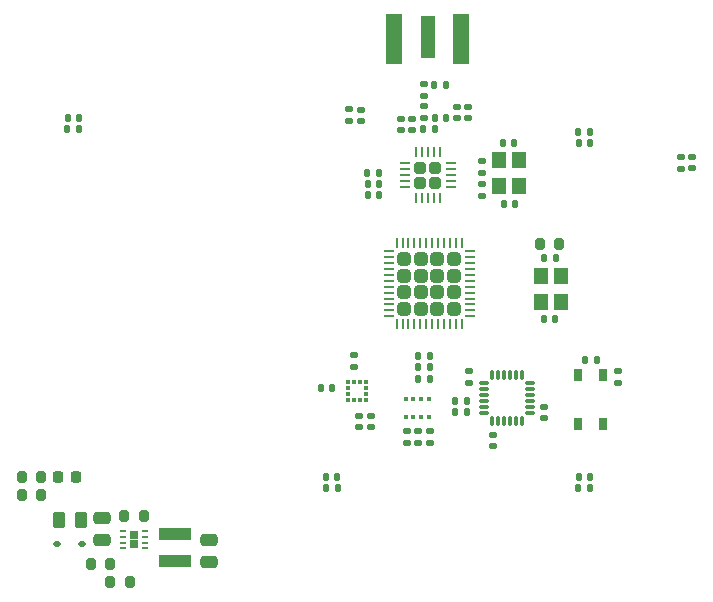
<source format=gtp>
%TF.GenerationSoftware,KiCad,Pcbnew,(7.0.0)*%
%TF.CreationDate,2023-11-05T00:37:01+05:30*%
%TF.ProjectId,Drone_Controller_2.0,44726f6e-655f-4436-9f6e-74726f6c6c65,rev?*%
%TF.SameCoordinates,Original*%
%TF.FileFunction,Paste,Top*%
%TF.FilePolarity,Positive*%
%FSLAX46Y46*%
G04 Gerber Fmt 4.6, Leading zero omitted, Abs format (unit mm)*
G04 Created by KiCad (PCBNEW (7.0.0)) date 2023-11-05 00:37:01*
%MOMM*%
%LPD*%
G01*
G04 APERTURE LIST*
G04 Aperture macros list*
%AMRoundRect*
0 Rectangle with rounded corners*
0 $1 Rounding radius*
0 $2 $3 $4 $5 $6 $7 $8 $9 X,Y pos of 4 corners*
0 Add a 4 corners polygon primitive as box body*
4,1,4,$2,$3,$4,$5,$6,$7,$8,$9,$2,$3,0*
0 Add four circle primitives for the rounded corners*
1,1,$1+$1,$2,$3*
1,1,$1+$1,$4,$5*
1,1,$1+$1,$6,$7*
1,1,$1+$1,$8,$9*
0 Add four rect primitives between the rounded corners*
20,1,$1+$1,$2,$3,$4,$5,0*
20,1,$1+$1,$4,$5,$6,$7,0*
20,1,$1+$1,$6,$7,$8,$9,0*
20,1,$1+$1,$8,$9,$2,$3,0*%
G04 Aperture macros list end*
%ADD10RoundRect,0.140000X0.170000X-0.140000X0.170000X0.140000X-0.170000X0.140000X-0.170000X-0.140000X0*%
%ADD11RoundRect,0.140000X0.140000X0.170000X-0.140000X0.170000X-0.140000X-0.170000X0.140000X-0.170000X0*%
%ADD12RoundRect,0.135000X-0.135000X-0.185000X0.135000X-0.185000X0.135000X0.185000X-0.135000X0.185000X0*%
%ADD13RoundRect,0.140000X-0.170000X0.140000X-0.170000X-0.140000X0.170000X-0.140000X0.170000X0.140000X0*%
%ADD14RoundRect,0.250000X-0.475000X0.250000X-0.475000X-0.250000X0.475000X-0.250000X0.475000X0.250000X0*%
%ADD15RoundRect,0.135000X0.185000X-0.135000X0.185000X0.135000X-0.185000X0.135000X-0.185000X-0.135000X0*%
%ADD16RoundRect,0.140000X-0.140000X-0.170000X0.140000X-0.170000X0.140000X0.170000X-0.140000X0.170000X0*%
%ADD17RoundRect,0.200000X-0.200000X-0.275000X0.200000X-0.275000X0.200000X0.275000X-0.200000X0.275000X0*%
%ADD18RoundRect,0.250000X0.315000X0.315000X-0.315000X0.315000X-0.315000X-0.315000X0.315000X-0.315000X0*%
%ADD19RoundRect,0.062500X0.375000X0.062500X-0.375000X0.062500X-0.375000X-0.062500X0.375000X-0.062500X0*%
%ADD20RoundRect,0.062500X0.062500X0.375000X-0.062500X0.375000X-0.062500X-0.375000X0.062500X-0.375000X0*%
%ADD21RoundRect,0.250000X0.255000X-0.255000X0.255000X0.255000X-0.255000X0.255000X-0.255000X-0.255000X0*%
%ADD22RoundRect,0.062500X0.062500X-0.350000X0.062500X0.350000X-0.062500X0.350000X-0.062500X-0.350000X0*%
%ADD23RoundRect,0.062500X0.350000X-0.062500X0.350000X0.062500X-0.350000X0.062500X-0.350000X-0.062500X0*%
%ADD24RoundRect,0.135000X0.135000X0.185000X-0.135000X0.185000X-0.135000X-0.185000X0.135000X-0.185000X0*%
%ADD25RoundRect,0.147500X0.147500X0.172500X-0.147500X0.172500X-0.147500X-0.172500X0.147500X-0.172500X0*%
%ADD26R,1.200000X1.400000*%
%ADD27R,0.350000X0.350000*%
%ADD28RoundRect,0.250000X-0.262500X-0.450000X0.262500X-0.450000X0.262500X0.450000X-0.262500X0.450000X0*%
%ADD29R,0.750000X0.650000*%
%ADD30R,0.500000X0.250000*%
%ADD31RoundRect,0.225000X-0.225000X-0.250000X0.225000X-0.250000X0.225000X0.250000X-0.225000X0.250000X0*%
%ADD32RoundRect,0.200000X0.200000X0.275000X-0.200000X0.275000X-0.200000X-0.275000X0.200000X-0.275000X0*%
%ADD33R,0.650000X1.050000*%
%ADD34RoundRect,0.112500X-0.187500X-0.112500X0.187500X-0.112500X0.187500X0.112500X-0.187500X0.112500X0*%
%ADD35RoundRect,0.075000X-0.075000X0.350000X-0.075000X-0.350000X0.075000X-0.350000X0.075000X0.350000X0*%
%ADD36RoundRect,0.075000X-0.350000X-0.075000X0.350000X-0.075000X0.350000X0.075000X-0.350000X0.075000X0*%
%ADD37R,0.300000X0.350000*%
%ADD38R,0.350000X0.300000*%
%ADD39R,2.750000X1.000000*%
%ADD40RoundRect,0.147500X0.172500X-0.147500X0.172500X0.147500X-0.172500X0.147500X-0.172500X-0.147500X0*%
%ADD41R,1.270000X3.600000*%
%ADD42R,1.350000X4.200000*%
%ADD43RoundRect,0.250000X0.475000X-0.250000X0.475000X0.250000X-0.475000X0.250000X-0.475000X-0.250000X0*%
%ADD44RoundRect,0.135000X-0.185000X0.135000X-0.185000X-0.135000X0.185000X-0.135000X0.185000X0.135000X0*%
%ADD45RoundRect,0.147500X-0.147500X-0.172500X0.147500X-0.172500X0.147500X0.172500X-0.147500X0.172500X0*%
G04 APERTURE END LIST*
D10*
%TO.C,C10*%
X194818000Y-86075400D03*
X194818000Y-85115400D03*
%TD*%
D11*
%TO.C,C7*%
X192989200Y-91592400D03*
X192029200Y-91592400D03*
%TD*%
D12*
%TO.C,R12*%
X196287200Y-106172000D03*
X197307200Y-106172000D03*
%TD*%
D13*
%TO.C,C6*%
X219506800Y-88365200D03*
X219506800Y-89325200D03*
%TD*%
D14*
%TO.C,C28*%
X169519600Y-118938000D03*
X169519600Y-120838000D03*
%TD*%
D15*
%TO.C,R6*%
X218541600Y-89357200D03*
X218541600Y-88337200D03*
%TD*%
D12*
%TO.C,R3*%
X209825400Y-116408200D03*
X210845400Y-116408200D03*
%TD*%
%TO.C,R7*%
X191971200Y-89712800D03*
X192991200Y-89712800D03*
%TD*%
D15*
%TO.C,R18*%
X213250200Y-107502600D03*
X213250200Y-106482600D03*
%TD*%
D10*
%TO.C,C19*%
X200609200Y-107464800D03*
X200609200Y-106504800D03*
%TD*%
D13*
%TO.C,C26*%
X192278000Y-110292000D03*
X192278000Y-111252000D03*
%TD*%
%TO.C,C22*%
X195326000Y-111605600D03*
X195326000Y-112565600D03*
%TD*%
%TO.C,C15*%
X200533000Y-84130000D03*
X200533000Y-85090000D03*
%TD*%
%TO.C,C14*%
X199593200Y-84127400D03*
X199593200Y-85087400D03*
%TD*%
D16*
%TO.C,C2*%
X188496000Y-115468400D03*
X189456000Y-115468400D03*
%TD*%
D17*
%TO.C,R14*%
X170218600Y-124358400D03*
X171868600Y-124358400D03*
%TD*%
D11*
%TO.C,C9*%
X192989200Y-90652600D03*
X192029200Y-90652600D03*
%TD*%
%TO.C,C23*%
X189021600Y-107952600D03*
X188061600Y-107952600D03*
%TD*%
D10*
%TO.C,C11*%
X195757800Y-86075400D03*
X195757800Y-85115400D03*
%TD*%
D15*
%TO.C,R1*%
X190474600Y-85346000D03*
X190474600Y-84326000D03*
%TD*%
D18*
%TO.C,U6*%
X199322500Y-101204000D03*
X199322500Y-99804000D03*
X199322500Y-98404000D03*
X199322500Y-97004000D03*
X197922500Y-101204000D03*
X197922500Y-99804000D03*
X197922500Y-98404000D03*
X197922500Y-97004000D03*
X196522500Y-101204000D03*
X196522500Y-99804000D03*
X196522500Y-98404000D03*
X196522500Y-97004000D03*
X195122500Y-101204000D03*
X195122500Y-99804000D03*
X195122500Y-98404000D03*
X195122500Y-97004000D03*
D19*
X200660000Y-101854000D03*
X200660000Y-101354000D03*
X200660000Y-100854000D03*
X200660000Y-100354000D03*
X200660000Y-99854000D03*
X200660000Y-99354000D03*
X200660000Y-98854000D03*
X200660000Y-98354000D03*
X200660000Y-97854000D03*
X200660000Y-97354000D03*
X200660000Y-96854000D03*
X200660000Y-96354000D03*
D20*
X199972500Y-95666500D03*
X199472500Y-95666500D03*
X198972500Y-95666500D03*
X198472500Y-95666500D03*
X197972500Y-95666500D03*
X197472500Y-95666500D03*
X196972500Y-95666500D03*
X196472500Y-95666500D03*
X195972500Y-95666500D03*
X195472500Y-95666500D03*
X194972500Y-95666500D03*
X194472500Y-95666500D03*
D19*
X193785000Y-96354000D03*
X193785000Y-96854000D03*
X193785000Y-97354000D03*
X193785000Y-97854000D03*
X193785000Y-98354000D03*
X193785000Y-98854000D03*
X193785000Y-99354000D03*
X193785000Y-99854000D03*
X193785000Y-100354000D03*
X193785000Y-100854000D03*
X193785000Y-101354000D03*
X193785000Y-101854000D03*
D20*
X194472500Y-102541500D03*
X194972500Y-102541500D03*
X195472500Y-102541500D03*
X195972500Y-102541500D03*
X196472500Y-102541500D03*
X196972500Y-102541500D03*
X197472500Y-102541500D03*
X197972500Y-102541500D03*
X198472500Y-102541500D03*
X198972500Y-102541500D03*
X199472500Y-102541500D03*
X199972500Y-102541500D03*
%TD*%
D21*
%TO.C,U1*%
X196479000Y-90541000D03*
X197729000Y-90541000D03*
X196479000Y-89291000D03*
X197729000Y-89291000D03*
D22*
X196104000Y-91853500D03*
X196604000Y-91853500D03*
X197104000Y-91853500D03*
X197604000Y-91853500D03*
X198104000Y-91853500D03*
D23*
X199041500Y-90916000D03*
X199041500Y-90416000D03*
X199041500Y-89916000D03*
X199041500Y-89416000D03*
X199041500Y-88916000D03*
D22*
X198104000Y-87978500D03*
X197604000Y-87978500D03*
X197104000Y-87978500D03*
X196604000Y-87978500D03*
X196104000Y-87978500D03*
D23*
X195166500Y-88916000D03*
X195166500Y-89416000D03*
X195166500Y-89916000D03*
X195166500Y-90416000D03*
X195166500Y-90916000D03*
%TD*%
D24*
%TO.C,R5*%
X167618600Y-85979000D03*
X166598600Y-85979000D03*
%TD*%
D16*
%TO.C,C39*%
X206964400Y-96926400D03*
X207924400Y-96926400D03*
%TD*%
D11*
%TO.C,C3*%
X210842800Y-115443000D03*
X209882800Y-115443000D03*
%TD*%
D25*
%TO.C,L3*%
X198655800Y-85039200D03*
X197685800Y-85039200D03*
%TD*%
D11*
%TO.C,C17*%
X198625400Y-82245200D03*
X197665400Y-82245200D03*
%TD*%
D13*
%TO.C,C1*%
X191414400Y-84356000D03*
X191414400Y-85316000D03*
%TD*%
D26*
%TO.C,Y2*%
X208361399Y-100624999D03*
X208361399Y-98424999D03*
X206661399Y-98424999D03*
X206661399Y-100624999D03*
%TD*%
D27*
%TO.C,IC2*%
X195239999Y-108899399D03*
X195889999Y-108899399D03*
X196539999Y-108899399D03*
X197189999Y-108899399D03*
X197189999Y-110349399D03*
X196539999Y-110349399D03*
X195889999Y-110349399D03*
X195239999Y-110349399D03*
%TD*%
D12*
%TO.C,R4*%
X209825400Y-86258400D03*
X210845400Y-86258400D03*
%TD*%
D28*
%TO.C,FB1*%
X165916600Y-119126000D03*
X167741600Y-119126000D03*
%TD*%
D24*
%TO.C,R9*%
X200406000Y-109982000D03*
X199386000Y-109982000D03*
%TD*%
%TO.C,R2*%
X189513400Y-116408200D03*
X188493400Y-116408200D03*
%TD*%
D10*
%TO.C,C24*%
X190830200Y-106118600D03*
X190830200Y-105158600D03*
%TD*%
D17*
%TO.C,R15*%
X162725600Y-116992400D03*
X164375600Y-116992400D03*
%TD*%
D29*
%TO.C,U7*%
X172227199Y-120363599D03*
X172227199Y-121163599D03*
D30*
X171277199Y-120013599D03*
X171277199Y-120513599D03*
X171277199Y-121013599D03*
X171277199Y-121513599D03*
X173177199Y-121513599D03*
X173177199Y-121013599D03*
X173177199Y-120513599D03*
X173177199Y-120013599D03*
%TD*%
D11*
%TO.C,C13*%
X204520800Y-92354400D03*
X203560800Y-92354400D03*
%TD*%
D31*
%TO.C,C29*%
X165798200Y-115493800D03*
X167348200Y-115493800D03*
%TD*%
D32*
%TO.C,FB2*%
X208246600Y-95707200D03*
X206596600Y-95707200D03*
%TD*%
D33*
%TO.C,SW5*%
X209787599Y-110997999D03*
X209787599Y-106847999D03*
X211937599Y-110997999D03*
X211937599Y-106847999D03*
%TD*%
D13*
%TO.C,C25*%
X191312800Y-110292000D03*
X191312800Y-111252000D03*
%TD*%
D34*
%TO.C,D1*%
X165726400Y-121107200D03*
X167826400Y-121107200D03*
%TD*%
D35*
%TO.C,U2*%
X205065400Y-106827400D03*
X204565400Y-106827400D03*
X204065400Y-106827400D03*
X203565400Y-106827400D03*
X203065400Y-106827400D03*
X202565400Y-106827400D03*
D36*
X201865400Y-107527400D03*
X201865400Y-108027400D03*
X201865400Y-108527400D03*
X201865400Y-109027400D03*
X201865400Y-109527400D03*
X201865400Y-110027400D03*
D35*
X202565400Y-110727400D03*
X203065400Y-110727400D03*
X203565400Y-110727400D03*
X204065400Y-110727400D03*
X204565400Y-110727400D03*
X205065400Y-110727400D03*
D36*
X205765400Y-110027400D03*
X205765400Y-109527400D03*
X205765400Y-109027400D03*
X205765400Y-108527400D03*
X205765400Y-108027400D03*
X205765400Y-107527400D03*
%TD*%
D11*
%TO.C,C21*%
X200399400Y-109042200D03*
X199439400Y-109042200D03*
%TD*%
D10*
%TO.C,C16*%
X196748400Y-83179800D03*
X196748400Y-82219800D03*
%TD*%
D37*
%TO.C,U5*%
X191859599Y-107456599D03*
X191359599Y-107456599D03*
X190859599Y-107456599D03*
X190359599Y-107456599D03*
D38*
X190359599Y-107956599D03*
X190359599Y-108456599D03*
D37*
X190359599Y-108956599D03*
X190859599Y-108956599D03*
X191359599Y-108956599D03*
X191859599Y-108956599D03*
D38*
X191859599Y-108456599D03*
X191859599Y-107956599D03*
%TD*%
D26*
%TO.C,Y1*%
X203165399Y-88638199D03*
X203165399Y-90838199D03*
X204865399Y-90838199D03*
X204865399Y-88638199D03*
%TD*%
D11*
%TO.C,C37*%
X211393400Y-105570200D03*
X210433400Y-105570200D03*
%TD*%
%TO.C,C4*%
X210840200Y-87223600D03*
X209880200Y-87223600D03*
%TD*%
D13*
%TO.C,C18*%
X202590400Y-111892200D03*
X202590400Y-112852200D03*
%TD*%
D11*
%TO.C,C38*%
X207873600Y-102108000D03*
X206913600Y-102108000D03*
%TD*%
D13*
%TO.C,C20*%
X206959200Y-109530000D03*
X206959200Y-110490000D03*
%TD*%
D16*
%TO.C,C12*%
X203484600Y-87147400D03*
X204444600Y-87147400D03*
%TD*%
D39*
%TO.C,L4*%
X175742599Y-120312799D03*
X175742599Y-122612799D03*
%TD*%
D17*
%TO.C,R17*%
X171400200Y-118745000D03*
X173050200Y-118745000D03*
%TD*%
D40*
%TO.C,L2*%
X196748400Y-85064600D03*
X196748400Y-84094600D03*
%TD*%
D41*
%TO.C,J3*%
X197103999Y-78206599D03*
D42*
X199928999Y-78406599D03*
X194278999Y-78406599D03*
%TD*%
D43*
%TO.C,C30*%
X178562000Y-122702400D03*
X178562000Y-120802400D03*
%TD*%
D16*
%TO.C,C5*%
X166629200Y-85039200D03*
X167589200Y-85039200D03*
%TD*%
D13*
%TO.C,C27*%
X196291200Y-111608200D03*
X196291200Y-112568200D03*
%TD*%
D15*
%TO.C,R10*%
X197256400Y-112574800D03*
X197256400Y-111554800D03*
%TD*%
D17*
%TO.C,R13*%
X168555400Y-122834400D03*
X170205400Y-122834400D03*
%TD*%
D32*
%TO.C,R16*%
X164387800Y-115493800D03*
X162737800Y-115493800D03*
%TD*%
D44*
%TO.C,R8*%
X201704000Y-88694800D03*
X201704000Y-89714800D03*
%TD*%
D12*
%TO.C,R19*%
X196287200Y-105206800D03*
X197307200Y-105206800D03*
%TD*%
D45*
%TO.C,L1*%
X196720600Y-86029800D03*
X197690600Y-86029800D03*
%TD*%
D13*
%TO.C,C8*%
X201704000Y-90683200D03*
X201704000Y-91643200D03*
%TD*%
D12*
%TO.C,R11*%
X196287200Y-107137200D03*
X197307200Y-107137200D03*
%TD*%
M02*

</source>
